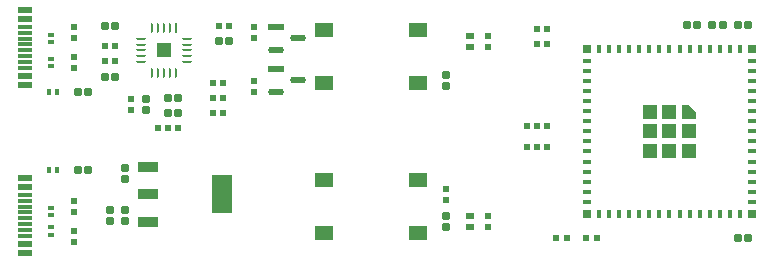
<source format=gtp>
G04*
G04 #@! TF.GenerationSoftware,Altium Limited,Altium Designer,24.5.2 (23)*
G04*
G04 Layer_Color=8421504*
%FSLAX25Y25*%
%MOIN*%
G70*
G04*
G04 #@! TF.SameCoordinates,24FF50D2-DFE2-4597-A0F4-7CAA859AE4CF*
G04*
G04*
G04 #@! TF.FilePolarity,Positive*
G04*
G01*
G75*
%ADD15R,0.05105X0.05105*%
G04:AMPARAMS|DCode=16|XSize=23.62mil|YSize=26.38mil|CornerRadius=2.95mil|HoleSize=0mil|Usage=FLASHONLY|Rotation=0.000|XOffset=0mil|YOffset=0mil|HoleType=Round|Shape=RoundedRectangle|*
%AMROUNDEDRECTD16*
21,1,0.02362,0.02047,0,0,0.0*
21,1,0.01772,0.02638,0,0,0.0*
1,1,0.00591,0.00886,-0.01024*
1,1,0.00591,-0.00886,-0.01024*
1,1,0.00591,-0.00886,0.01024*
1,1,0.00591,0.00886,0.01024*
%
%ADD16ROUNDEDRECTD16*%
%ADD17R,0.02362X0.02126*%
%ADD18R,0.02756X0.02362*%
%ADD19R,0.02126X0.02362*%
%ADD20R,0.04528X0.01181*%
%ADD21R,0.04528X0.02362*%
G04:AMPARAMS|DCode=22|XSize=23.62mil|YSize=26.38mil|CornerRadius=2.95mil|HoleSize=0mil|Usage=FLASHONLY|Rotation=270.000|XOffset=0mil|YOffset=0mil|HoleType=Round|Shape=RoundedRectangle|*
%AMROUNDEDRECTD22*
21,1,0.02362,0.02047,0,0,270.0*
21,1,0.01772,0.02638,0,0,270.0*
1,1,0.00591,-0.01024,-0.00886*
1,1,0.00591,-0.01024,0.00886*
1,1,0.00591,0.01024,0.00886*
1,1,0.00591,0.01024,-0.00886*
%
%ADD22ROUNDEDRECTD22*%
%ADD23R,0.05343X0.02253*%
G04:AMPARAMS|DCode=24|XSize=53.43mil|YSize=22.53mil|CornerRadius=11.26mil|HoleSize=0mil|Usage=FLASHONLY|Rotation=0.000|XOffset=0mil|YOffset=0mil|HoleType=Round|Shape=RoundedRectangle|*
%AMROUNDEDRECTD24*
21,1,0.05343,0.00000,0,0,0.0*
21,1,0.03091,0.02253,0,0,0.0*
1,1,0.02253,0.01545,0.00000*
1,1,0.02253,-0.01545,0.00000*
1,1,0.02253,-0.01545,0.00000*
1,1,0.02253,0.01545,0.00000*
%
%ADD24ROUNDEDRECTD24*%
%ADD25R,0.01378X0.02362*%
%ADD26R,0.02362X0.01378*%
G04:AMPARAMS|DCode=27|XSize=125.98mil|YSize=68.9mil|CornerRadius=2.07mil|HoleSize=0mil|Usage=FLASHONLY|Rotation=90.000|XOffset=0mil|YOffset=0mil|HoleType=Round|Shape=RoundedRectangle|*
%AMROUNDEDRECTD27*
21,1,0.12598,0.06476,0,0,90.0*
21,1,0.12185,0.06890,0,0,90.0*
1,1,0.00413,0.03238,0.06093*
1,1,0.00413,0.03238,-0.06093*
1,1,0.00413,-0.03238,-0.06093*
1,1,0.00413,-0.03238,0.06093*
%
%ADD27ROUNDEDRECTD27*%
G04:AMPARAMS|DCode=28|XSize=35.43mil|YSize=68.9mil|CornerRadius=1.95mil|HoleSize=0mil|Usage=FLASHONLY|Rotation=90.000|XOffset=0mil|YOffset=0mil|HoleType=Round|Shape=RoundedRectangle|*
%AMROUNDEDRECTD28*
21,1,0.03543,0.06500,0,0,90.0*
21,1,0.03154,0.06890,0,0,90.0*
1,1,0.00390,0.03250,0.01577*
1,1,0.00390,0.03250,-0.01577*
1,1,0.00390,-0.03250,-0.01577*
1,1,0.00390,-0.03250,0.01577*
%
%ADD28ROUNDEDRECTD28*%
G04:AMPARAMS|DCode=29|XSize=9.55mil|YSize=33.06mil|CornerRadius=4.77mil|HoleSize=0mil|Usage=FLASHONLY|Rotation=270.000|XOffset=0mil|YOffset=0mil|HoleType=Round|Shape=RoundedRectangle|*
%AMROUNDEDRECTD29*
21,1,0.00955,0.02351,0,0,270.0*
21,1,0.00000,0.03306,0,0,270.0*
1,1,0.00955,-0.01176,0.00000*
1,1,0.00955,-0.01176,0.00000*
1,1,0.00955,0.01176,0.00000*
1,1,0.00955,0.01176,0.00000*
%
%ADD29ROUNDEDRECTD29*%
G04:AMPARAMS|DCode=30|XSize=33.06mil|YSize=9.55mil|CornerRadius=4.77mil|HoleSize=0mil|Usage=FLASHONLY|Rotation=270.000|XOffset=0mil|YOffset=0mil|HoleType=Round|Shape=RoundedRectangle|*
%AMROUNDEDRECTD30*
21,1,0.03306,0.00000,0,0,270.0*
21,1,0.02351,0.00955,0,0,270.0*
1,1,0.00955,0.00000,-0.01176*
1,1,0.00955,0.00000,0.01176*
1,1,0.00955,0.00000,0.01176*
1,1,0.00955,0.00000,-0.01176*
%
%ADD30ROUNDEDRECTD30*%
%ADD31R,0.00955X0.03306*%
%ADD32R,0.06102X0.05118*%
%ADD33R,0.04724X0.04724*%
%ADD34R,0.03150X0.01575*%
%ADD35R,0.01575X0.03150*%
%ADD36R,0.03150X0.03150*%
G36*
X243638Y54134D02*
Y58858D01*
X246000D01*
X248362Y56496D01*
Y54134D01*
X243638D01*
D02*
G37*
D15*
X71000Y77000D02*
D03*
D16*
X42279Y37000D02*
D03*
X45720D02*
D03*
X265721Y85500D02*
D03*
X262280D02*
D03*
X42279Y63000D02*
D03*
X45720D02*
D03*
X72280Y56000D02*
D03*
X75721D02*
D03*
X72280Y61000D02*
D03*
X75721D02*
D03*
X262280Y14500D02*
D03*
X265721D02*
D03*
X92721Y80000D02*
D03*
X89280D02*
D03*
X51279Y68000D02*
D03*
X54720D02*
D03*
Y85000D02*
D03*
X51279D02*
D03*
X248721Y85500D02*
D03*
X245280D02*
D03*
X253780D02*
D03*
X257221D02*
D03*
D17*
X179000Y21701D02*
D03*
Y18299D02*
D03*
X101000Y84701D02*
D03*
Y81299D02*
D03*
Y63299D02*
D03*
Y66701D02*
D03*
X41000Y13299D02*
D03*
Y16701D02*
D03*
Y26701D02*
D03*
Y23299D02*
D03*
X179000Y81701D02*
D03*
Y78299D02*
D03*
X60000Y57299D02*
D03*
Y60701D02*
D03*
X41000Y81299D02*
D03*
Y84701D02*
D03*
Y74701D02*
D03*
Y71299D02*
D03*
X165000Y27299D02*
D03*
Y30701D02*
D03*
D18*
X173000Y21870D02*
D03*
Y18130D02*
D03*
Y78130D02*
D03*
Y81870D02*
D03*
D19*
X211799Y14500D02*
D03*
X215201D02*
D03*
X201799D02*
D03*
X205201D02*
D03*
X68898Y51000D02*
D03*
X72299D02*
D03*
X75701D02*
D03*
X72299D02*
D03*
X92701Y85000D02*
D03*
X89299D02*
D03*
X51299Y73500D02*
D03*
X54701D02*
D03*
X51299Y78500D02*
D03*
X54701D02*
D03*
X87299Y56000D02*
D03*
X90701D02*
D03*
Y66000D02*
D03*
X87299D02*
D03*
X90701Y61000D02*
D03*
X87299D02*
D03*
X195299Y84000D02*
D03*
X198701D02*
D03*
X195299Y79000D02*
D03*
X198701D02*
D03*
X191898Y51800D02*
D03*
X195299D02*
D03*
X191898Y44800D02*
D03*
X195299D02*
D03*
X198701Y51800D02*
D03*
X195299D02*
D03*
X198701Y44800D02*
D03*
X195299D02*
D03*
D20*
X24764Y84882D02*
D03*
Y82913D02*
D03*
Y80945D02*
D03*
Y78976D02*
D03*
Y77008D02*
D03*
Y75039D02*
D03*
Y73071D02*
D03*
Y71102D02*
D03*
Y15118D02*
D03*
Y17087D02*
D03*
Y19055D02*
D03*
Y21024D02*
D03*
Y22992D02*
D03*
Y24961D02*
D03*
Y26929D02*
D03*
Y28898D02*
D03*
D21*
Y68543D02*
D03*
Y87441D02*
D03*
Y90591D02*
D03*
Y65394D02*
D03*
Y9409D02*
D03*
Y34606D02*
D03*
Y31457D02*
D03*
Y12559D02*
D03*
D22*
X65000Y60720D02*
D03*
Y57279D02*
D03*
X58000Y34280D02*
D03*
Y37721D02*
D03*
Y20279D02*
D03*
Y23720D02*
D03*
X53000D02*
D03*
Y20279D02*
D03*
X165000Y18280D02*
D03*
Y21721D02*
D03*
Y68721D02*
D03*
Y65280D02*
D03*
D23*
X108258Y84740D02*
D03*
Y70740D02*
D03*
D24*
Y77260D02*
D03*
X115742Y81000D02*
D03*
X108258Y63260D02*
D03*
X115742Y67000D02*
D03*
D25*
X35280Y37000D02*
D03*
X32721D02*
D03*
Y63000D02*
D03*
X35280D02*
D03*
D26*
X33500Y18000D02*
D03*
Y15441D02*
D03*
Y22000D02*
D03*
Y24559D02*
D03*
Y71720D02*
D03*
Y74279D02*
D03*
Y82279D02*
D03*
Y79720D02*
D03*
D27*
X90303Y29000D02*
D03*
D28*
X65697Y19945D02*
D03*
Y29000D02*
D03*
Y38055D02*
D03*
D29*
X78541Y80937D02*
D03*
Y78969D02*
D03*
Y77000D02*
D03*
Y75032D02*
D03*
Y73063D02*
D03*
X63459D02*
D03*
Y75032D02*
D03*
Y77000D02*
D03*
Y78969D02*
D03*
Y80937D02*
D03*
D30*
X74937Y69459D02*
D03*
X72969D02*
D03*
X71000D02*
D03*
X69032D02*
D03*
X67063D02*
D03*
Y84541D02*
D03*
X69032D02*
D03*
X71000D02*
D03*
X72969D02*
D03*
D31*
X74937D02*
D03*
D32*
X155650Y16142D02*
D03*
X124350D02*
D03*
X155650Y33858D02*
D03*
X124350D02*
D03*
X155650Y66142D02*
D03*
X124350D02*
D03*
X155650Y83858D02*
D03*
X124350D02*
D03*
D33*
X239504Y56496D02*
D03*
X233008D02*
D03*
Y50000D02*
D03*
Y43504D02*
D03*
X239504D02*
D03*
X246000D02*
D03*
X239504Y50000D02*
D03*
X246000D02*
D03*
D34*
X267063Y73425D02*
D03*
Y70079D02*
D03*
Y66732D02*
D03*
Y63386D02*
D03*
Y60039D02*
D03*
Y56693D02*
D03*
Y53347D02*
D03*
Y50000D02*
D03*
Y46654D02*
D03*
Y43307D02*
D03*
Y39961D02*
D03*
Y36614D02*
D03*
Y33268D02*
D03*
Y29921D02*
D03*
Y26575D02*
D03*
X211945D02*
D03*
Y29921D02*
D03*
Y33268D02*
D03*
Y36614D02*
D03*
Y39961D02*
D03*
Y43307D02*
D03*
Y46654D02*
D03*
Y50000D02*
D03*
Y53347D02*
D03*
Y56693D02*
D03*
Y60039D02*
D03*
Y63386D02*
D03*
Y66732D02*
D03*
Y70079D02*
D03*
Y73425D02*
D03*
D35*
X262929Y22441D02*
D03*
X259583D02*
D03*
X256236D02*
D03*
X252890D02*
D03*
X249543D02*
D03*
X246197D02*
D03*
X242850D02*
D03*
X239504D02*
D03*
X236157D02*
D03*
X232811D02*
D03*
X229465D02*
D03*
X226118D02*
D03*
X222772D02*
D03*
X219425D02*
D03*
X216079D02*
D03*
Y77559D02*
D03*
X219425D02*
D03*
X222772D02*
D03*
X226118D02*
D03*
X229465D02*
D03*
X232811D02*
D03*
X236157D02*
D03*
X239504D02*
D03*
X242850D02*
D03*
X246197D02*
D03*
X249543D02*
D03*
X252890D02*
D03*
X256236D02*
D03*
X259583D02*
D03*
X262929D02*
D03*
D36*
X211945Y22441D02*
D03*
X267063D02*
D03*
X211945Y77559D02*
D03*
X267063D02*
D03*
M02*

</source>
